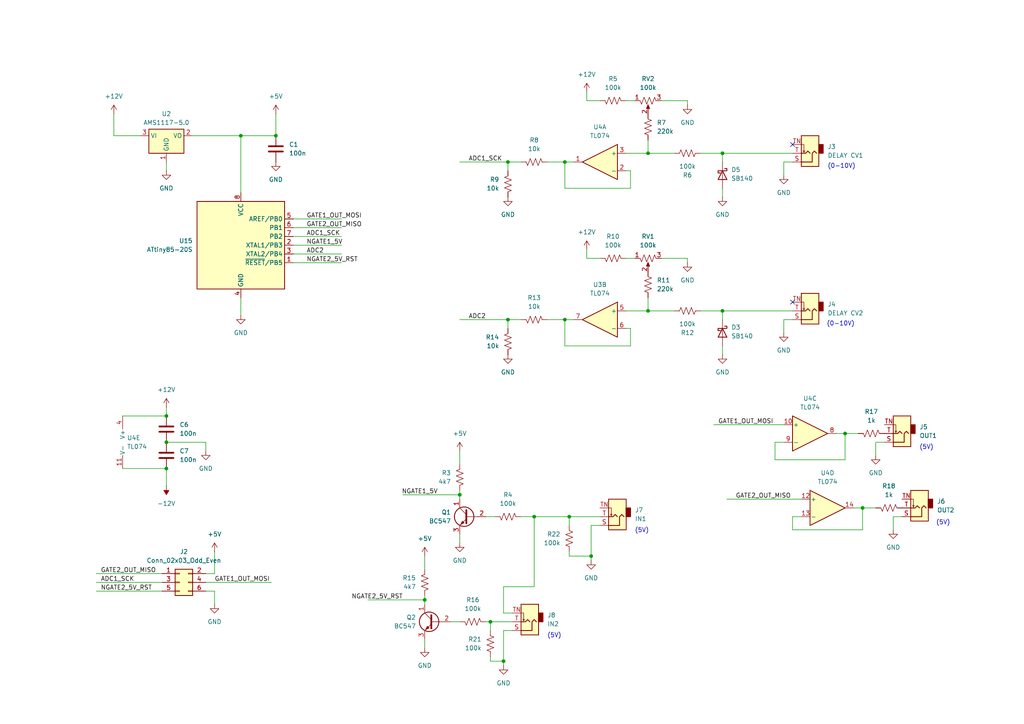
<source format=kicad_sch>
(kicad_sch (version 20250114) (generator "eeschema") (generator_version "9.0")
  (paper "A4")
  (lib_symbols
    (symbol "Amplifier_Operational:TL074" (pin_names (offset 0.127))
      (property "Reference" "U" (at 0 5.08 0))
      (property "Value" "TL074" (at 0 -5.08 0))
      (symbol "TL074_1_1"
        (polyline (pts (xy -5.08 5.08) (xy 5.08 0) (xy -5.08 -5.08) (xy -5.08 5.08)) (stroke (width 0.254)) (fill (type background)))
        (pin input line (at -7.62 2.54 0) (length 2.54) (name "+") (number "3"))
        (pin input line (at -7.62 -2.54 0) (length 2.54) (name "-") (number "2"))
        (pin output line (at 7.62 0 180) (length 2.54) (name "~") (number "1"))
      )
      (symbol "TL074_2_1"
        (polyline (pts (xy -5.08 5.08) (xy 5.08 0) (xy -5.08 -5.08) (xy -5.08 5.08)) (stroke (width 0.254)) (fill (type background)))
        (pin input line (at -7.62 2.54 0) (length 2.54) (name "+") (number "5"))
        (pin input line (at -7.62 -2.54 0) (length 2.54) (name "-") (number "6"))
        (pin output line (at 7.62 0 180) (length 2.54) (name "~") (number "7"))
      )
      (symbol "TL074_3_1"
        (polyline (pts (xy -5.08 5.08) (xy 5.08 0) (xy -5.08 -5.08) (xy -5.08 5.08)) (stroke (width 0.254)) (fill (type background)))
        (pin input line (at -7.62 2.54 0) (length 2.54) (name "+") (number "10"))
        (pin input line (at -7.62 -2.54 0) (length 2.54) (name "-") (number "9"))
        (pin output line (at 7.62 0 180) (length 2.54) (name "~") (number "8"))
      )
      (symbol "TL074_4_1"
        (polyline (pts (xy -5.08 5.08) (xy 5.08 0) (xy -5.08 -5.08) (xy -5.08 5.08)) (stroke (width 0.254)) (fill (type background)))
        (pin input line (at -7.62 2.54 0) (length 2.54) (name "+") (number "12"))
        (pin input line (at -7.62 -2.54 0) (length 2.54) (name "-") (number "13"))
        (pin output line (at 7.62 0 180) (length 2.54) (name "~") (number "14"))
      )
      (symbol "TL074_5_1"
        (pin power_in line (at -2.54 7.62 270) (length 3.81) (name "V+") (number "4"))
        (pin power_in line (at -2.54 -7.62 90) (length 3.81) (name "V-") (number "11"))
      )
    )
    (symbol "Connector_Audio:AudioJack2_SwitchT"
      (property "Reference" "J" (at 0 8.89 0))
      (property "Value" "AudioJack2_SwitchT" (at 0 6.35 0))
      (symbol "AudioJack2_SwitchT_0_1"
        (rectangle (start -2.54 0) (end -3.81 -2.54) (stroke (width 0.254)) (fill (type outline)))
        (polyline (pts (xy 0 0) (xy 0.635 -0.635) (xy 1.27 0) (xy 2.54 0)) (stroke (width 0.254)))
        (polyline (pts (xy 1.778 -0.254) (xy 2.032 -0.762)))
        (rectangle (start 2.54 3.81) (end -2.54 -5.08) (stroke (width 0.254)) (fill (type background)))
        (polyline (pts (xy 2.54 2.54) (xy -0.635 2.54) (xy -0.635 0) (xy -1.27 -0.635) (xy -1.905 0)) (stroke (width 0.254)))
        (polyline (pts (xy 2.54 -2.54) (xy 1.778 -2.54) (xy 1.778 -0.254) (xy 1.524 -0.762)))
      )
      (symbol "AudioJack2_SwitchT_1_1"
        (pin passive line (at 5.08 2.54 180) (length 2.54) (name "~") (number "S"))
        (pin passive line (at 5.08 0 180) (length 2.54) (name "~") (number "T"))
        (pin passive line (at 5.08 -2.54 180) (length 2.54) (name "~") (number "TN"))
      )
    )
    (symbol "Connector_Generic:Conn_02x03_Odd_Even" (pin_names (offset 1.016) (hide yes))
      (property "Reference" "J" (at 1.27 5.08 0))
      (property "Value" "Conn_02x03_Odd_Even" (at 1.27 -5.08 0))
      (symbol "Conn_02x03_Odd_Even_1_1"
        (rectangle (start -1.27 3.81) (end 3.81 -3.81) (stroke (width 0.254)) (fill (type background)))
        (rectangle (start -1.27 2.667) (end 0 2.413) (stroke (width 0.1524)))
        (rectangle (start -1.27 0.127) (end 0 -0.127) (stroke (width 0.1524)))
        (rectangle (start -1.27 -2.413) (end 0 -2.667) (stroke (width 0.1524)))
        (rectangle (start 3.81 2.667) (end 2.54 2.413) (stroke (width 0.1524)))
        (rectangle (start 3.81 0.127) (end 2.54 -0.127) (stroke (width 0.1524)))
        (rectangle (start 3.81 -2.413) (end 2.54 -2.667) (stroke (width 0.1524)))
        (pin passive line (at -5.08 2.54 0) (length 3.81) (name "Pin_1") (number "1"))
        (pin passive line (at -5.08 0 0) (length 3.81) (name "Pin_3") (number "3"))
        (pin passive line (at -5.08 -2.54 0) (length 3.81) (name "Pin_5") (number "5"))
        (pin passive line (at 7.62 2.54 180) (length 3.81) (name "Pin_2") (number "2"))
        (pin passive line (at 7.62 0 180) (length 3.81) (name "Pin_4") (number "4"))
        (pin passive line (at 7.62 -2.54 180) (length 3.81) (name "Pin_6") (number "6"))
      )
    )
    (symbol "Device:C" (pin_numbers (hide yes)) (pin_names (offset 0.254))
      (property "Reference" "C" (at 0.635 2.54 0))
      (property "Value" "C" (at 0.635 -2.54 0))
      (symbol "C_0_1"
        (polyline (pts (xy -2.032 0.762) (xy 2.032 0.762)) (stroke (width 0.508)))
        (polyline (pts (xy -2.032 -0.762) (xy 2.032 -0.762)) (stroke (width 0.508)))
      )
      (symbol "C_1_1"
        (pin passive line (at 0 3.81 270) (length 2.794) (name "~") (number "1"))
        (pin passive line (at 0 -3.81 90) (length 2.794) (name "~") (number "2"))
      )
    )
    (symbol "Device:R_Potentiometer_US" (pin_names (offset 1.016) (hide yes))
      (property "Reference" "RV" (at -4.445 0 90))
      (property "Value" "R_Potentiometer_US" (at -2.54 0 90))
      (symbol "R_Potentiometer_US_0_1"
        (polyline (pts (xy 0 2.54) (xy 0 2.286)))
        (polyline (pts (xy 0 2.286) (xy 1.016 1.905) (xy 0 1.524) (xy -1.016 1.143) (xy 0 0.762)))
        (polyline (pts (xy 0 0.762) (xy 1.016 0.381) (xy 0 0) (xy -1.016 -0.381) (xy 0 -0.762)))
        (polyline (pts (xy 0 -0.762) (xy 1.016 -1.143) (xy 0 -1.524) (xy -1.016 -1.905) (xy 0 -2.286)))
        (polyline (pts (xy 0 -2.286) (xy 0 -2.54)))
        (polyline (pts (xy 1.143 0) (xy 2.286 0.508) (xy 2.286 -0.508) (xy 1.143 0)) (fill (type outline)))
        (polyline (pts (xy 2.54 0) (xy 1.524 0)))
      )
      (symbol "R_Potentiometer_US_1_1"
        (pin passive line (at 0 3.81 270) (length 1.27) (name "1") (number "1"))
        (pin passive line (at 0 -3.81 90) (length 1.27) (name "3") (number "3"))
        (pin passive line (at 3.81 0 180) (length 1.27) (name "2") (number "2"))
      )
    )
    (symbol "Device:R_US" (pin_numbers (hide yes)) (pin_names (offset 0))
      (property "Reference" "R" (at 2.54 0 90))
      (property "Value" "R_US" (at -2.54 0 90))
      (symbol "R_US_0_1"
        (polyline (pts (xy 0 2.286) (xy 0 2.54)))
        (polyline (pts (xy 0 2.286) (xy 1.016 1.905) (xy 0 1.524) (xy -1.016 1.143) (xy 0 0.762)))
        (polyline (pts (xy 0 0.762) (xy 1.016 0.381) (xy 0 0) (xy -1.016 -0.381) (xy 0 -0.762)))
        (polyline (pts (xy 0 -0.762) (xy 1.016 -1.143) (xy 0 -1.524) (xy -1.016 -1.905) (xy 0 -2.286)))
        (polyline (pts (xy 0 -2.286) (xy 0 -2.54)))
      )
      (symbol "R_US_1_1"
        (pin passive line (at 0 3.81 270) (length 1.27) (name "~") (number "1"))
        (pin passive line (at 0 -3.81 90) (length 1.27) (name "~") (number "2"))
      )
    )
    (symbol "Diode:SB140" (pin_numbers (hide yes)) (pin_names (offset 1.016) (hide yes))
      (property "Reference" "D" (at 0 2.54 0))
      (property "Value" "SB140" (at 0 -2.54 0))
      (symbol "SB140_0_1"
        (polyline (pts (xy -1.905 0.635) (xy -1.905 1.27) (xy -1.27 1.27) (xy -1.27 -1.27) (xy -0.635 -1.27) (xy -0.635 -0.635)) (stroke (width 0.254)))
        (polyline (pts (xy 1.27 1.27) (xy 1.27 -1.27) (xy -1.27 0) (xy 1.27 1.27)) (stroke (width 0.254)))
        (polyline (pts (xy 1.27 0) (xy -1.27 0)))
      )
      (symbol "SB140_1_1"
        (pin passive line (at -3.81 0 0) (length 2.54) (name "K") (number "1"))
        (pin passive line (at 3.81 0 180) (length 2.54) (name "A") (number "2"))
      )
    )
    (symbol "MCU_Microchip_ATtiny:ATtiny85-20S"
      (property "Reference" "U" (at -12.7 13.97 0))
      (property "Value" "ATtiny85-20S" (at 2.54 -13.97 0))
      (symbol "ATtiny85-20S_0_1"
        (rectangle (start -12.7 -12.7) (end 12.7 12.7) (stroke (width 0.254)) (fill (type background)))
      )
      (symbol "ATtiny85-20S_1_1"
        (pin power_in line (at 0 15.24 270) (length 2.54) (name "VCC") (number "8"))
        (pin power_in line (at 0 -15.24 90) (length 2.54) (name "GND") (number "4"))
        (pin bidirectional line (at 15.24 7.62 180) (length 2.54) (name "AREF/PB0") (number "5"))
        (pin bidirectional line (at 15.24 5.08 180) (length 2.54) (name "PB1") (number "6"))
        (pin bidirectional line (at 15.24 2.54 180) (length 2.54) (name "PB2") (number "7"))
        (pin bidirectional line (at 15.24 0 180) (length 2.54) (name "XTAL1/PB3") (number "2"))
        (pin bidirectional line (at 15.24 -2.54 180) (length 2.54) (name "XTAL2/PB4") (number "3"))
        (pin bidirectional line (at 15.24 -5.08 180) (length 2.54) (name "~{RESET}/PB5") (number "1"))
      )
    )
    (symbol "Regulator_Linear:AMS1117-5.0"
      (property "Reference" "U" (at -3.81 3.175 0))
      (property "Value" "AMS1117-5.0" (at 0 3.175 0))
      (symbol "AMS1117-5.0_0_1"
        (rectangle (start -5.08 -5.08) (end 5.08 1.905) (stroke (width 0.254)) (fill (type background)))
      )
      (symbol "AMS1117-5.0_1_1"
        (pin power_in line (at -7.62 0 0) (length 2.54) (name "VI") (number "3"))
        (pin power_in line (at 0 -7.62 90) (length 2.54) (name "GND") (number "1"))
        (pin power_out line (at 7.62 0 180) (length 2.54) (name "VO") (number "2"))
      )
    )
    (symbol "Transistor_BJT:BC547" (pin_names (offset 0) (hide yes))
      (property "Reference" "Q" (at 5.08 1.905 0))
      (property "Value" "BC547" (at 5.08 0 0))
      (symbol "BC547_0_1"
        (polyline (pts (xy -2.54 0) (xy 0.635 0)))
        (polyline (pts (xy 0.635 1.905) (xy 0.635 -1.905)) (stroke (width 0.508)))
        (circle (center 1.27 0) (radius 2.8194) (stroke (width 0.254)))
      )
      (symbol "BC547_1_1"
        (polyline (pts (xy 0.635 0.635) (xy 2.54 2.54)))
        (polyline (pts (xy 0.635 -0.635) (xy 2.54 -2.54)))
        (polyline (pts (xy 1.27 -1.778) (xy 1.778 -1.27) (xy 2.286 -2.286) (xy 1.27 -1.778)) (fill (type outline)))
        (pin input line (at -5.08 0 0) (length 2.54) (name "B") (number "2"))
        (pin passive line (at 2.54 5.08 270) (length 2.54) (name "C") (number "1"))
        (pin passive line (at 2.54 -5.08 90) (length 2.54) (name "E") (number "3"))
      )
    )
    (symbol "power:+12V" (power) (pin_numbers (hide yes)) (pin_names (offset 0) (hide yes))
      (property "Value" "+12V" (at 0 3.556 0))
      (symbol "+12V_0_1"
        (polyline (pts (xy -0.762 1.27) (xy 0 2.54)))
        (polyline (pts (xy 0 2.54) (xy 0.762 1.27)))
        (polyline (pts (xy 0 0) (xy 0 2.54)))
      )
      (symbol "+12V_1_1"
        (pin power_in line (at 0 0 90) (length 0) (name "~") (number "1"))
      )
    )
    (symbol "power:+5V" (power) (pin_numbers (hide yes)) (pin_names (offset 0) (hide yes))
      (property "Value" "+5V" (at 0 3.556 0))
      (symbol "+5V_0_1"
        (polyline (pts (xy -0.762 1.27) (xy 0 2.54)))
        (polyline (pts (xy 0 2.54) (xy 0.762 1.27)))
        (polyline (pts (xy 0 0) (xy 0 2.54)))
      )
      (symbol "+5V_1_1"
        (pin power_in line (at 0 0 90) (length 0) (name "~") (number "1"))
      )
    )
    (symbol "power:-12V" (power) (pin_numbers (hide yes)) (pin_names (offset 0) (hide yes))
      (property "Value" "-12V" (at 0 3.556 0))
      (symbol "-12V_0_0"
        (pin power_in line (at 0 0 90) (length 0) (name "~") (number "1"))
      )
      (symbol "-12V_0_1"
        (polyline (pts (xy 0 0) (xy 0 1.27) (xy 0.762 1.27) (xy 0 2.54) (xy -0.762 1.27) (xy 0 1.27)) (fill (type outline)))
      )
    )
    (symbol "power:GND" (power) (pin_numbers (hide yes)) (pin_names (offset 0) (hide yes))
      (property "Value" "GND" (at 0 -3.81 0))
      (symbol "GND_0_1"
        (polyline (pts (xy 0 0) (xy 0 -1.27) (xy 1.27 -1.27) (xy 0 -2.54) (xy -1.27 -1.27) (xy 0 -1.27)))
      )
      (symbol "GND_1_1"
        (pin power_in line (at 0 0 270) (length 0) (name "~") (number "1"))
      )
    )
  )
  (text "(0-10V)" (at 244.094 48.26 0) (effects (font (size 1.27 1.27))))
  (text "(5V)" (at 273.558 151.638 0) (effects (font (size 1.27 1.27))))
  (text "(5V)" (at 268.732 129.794 0) (effects (font (size 1.27 1.27))))
  (text "(5V)" (at 186.182 153.924 0) (effects (font (size 1.27 1.27))))
  (text "(0-10V)" (at 243.84 93.98 0) (effects (font (size 1.27 1.27))))
  (text "(5V)" (at 160.782 184.404 0) (effects (font (size 1.27 1.27))))
  (junction (at 133.35 143.51))
  (junction (at 171.45 161.29))
  (junction (at 142.24 180.34))
  (junction (at 48.26 120.65))
  (junction (at 146.05 191.77))
  (junction (at 154.94 149.86))
  (junction (at 147.32 92.71))
  (junction (at 209.55 90.17))
  (junction (at 187.96 90.17))
  (junction (at 187.96 44.45))
  (junction (at 48.26 128.27))
  (junction (at 80.01 39.37))
  (junction (at 48.26 135.89))
  (junction (at 147.32 46.99))
  (junction (at 123.19 173.99))
  (junction (at 163.83 46.99))
  (junction (at 69.85 39.37))
  (junction (at 250.19 147.32))
  (junction (at 165.1 149.86))
  (junction (at 209.55 44.45))
  (junction (at 163.83 92.71))
  (junction (at 245.11 125.73))
  (no_connect (at 229.87 41.91))
  (no_connect (at 229.87 87.63))
  (wire (pts (xy 171.45 152.4) (xy 173.99 152.4)))
  (wire (pts (xy 147.32 92.71) (xy 147.32 95.25)))
  (wire (pts (xy 170.18 74.93) (xy 173.99 74.93)))
  (wire (pts (xy 229.87 153.67) (xy 250.19 153.67)))
  (wire (pts (xy 166.37 46.99) (xy 163.83 46.99)))
  (wire (pts (xy 259.08 153.67) (xy 259.08 149.86)))
  (wire (pts (xy 254 132.08) (xy 254 128.27)))
  (wire (pts (xy 142.24 190.5) (xy 142.24 191.77)))
  (wire (pts (xy 151.13 46.99) (xy 147.32 46.99)))
  (wire (pts (xy 123.19 165.1) (xy 123.19 161.29)))
  (wire (pts (xy 80.01 33.02) (xy 80.01 39.37)))
  (wire (pts (xy 209.55 92.71) (xy 209.55 90.17)))
  (wire (pts (xy 182.88 49.53) (xy 181.61 49.53)))
  (wire (pts (xy 209.55 46.99) (xy 209.55 44.45)))
  (wire (pts (xy 187.96 86.36) (xy 187.96 90.17)))
  (wire (pts (xy 182.88 54.61) (xy 182.88 49.53)))
  (wire (pts (xy 227.33 50.8) (xy 227.33 46.99)))
  (wire (pts (xy 48.26 128.27) (xy 59.69 128.27)))
  (wire (pts (xy 154.94 170.18) (xy 146.05 170.18)))
  (wire (pts (xy 170.18 72.39) (xy 170.18 74.93)))
  (wire (pts (xy 187.96 90.17) (xy 195.58 90.17)))
  (wire (pts (xy 163.83 100.33) (xy 182.88 100.33)))
  (wire (pts (xy 69.85 39.37) (xy 69.85 55.88)))
  (wire (pts (xy 181.61 74.93) (xy 184.15 74.93)))
  (wire (pts (xy 209.55 90.17) (xy 203.2 90.17)))
  (wire (pts (xy 158.75 46.99) (xy 163.83 46.99)))
  (wire (pts (xy 48.26 46.99) (xy 48.26 49.53)))
  (wire (pts (xy 227.33 46.99) (xy 229.87 46.99)))
  (wire (pts (xy 209.55 44.45) (xy 229.87 44.45)))
  (wire (pts (xy 154.94 149.86) (xy 165.1 149.86)))
  (wire (pts (xy 55.88 39.37) (xy 69.85 39.37)))
  (wire (pts (xy 59.69 171.45) (xy 62.23 171.45)))
  (wire (pts (xy 209.55 100.33) (xy 209.55 102.87)))
  (wire (pts (xy 133.35 46.99) (xy 147.32 46.99)))
  (wire (pts (xy 209.55 90.17) (xy 229.87 90.17)))
  (wire (pts (xy 33.02 39.37) (xy 40.64 39.37)))
  (wire (pts (xy 133.35 134.62) (xy 133.35 130.81)))
  (wire (pts (xy 163.83 46.99) (xy 163.83 54.61)))
  (wire (pts (xy 199.39 74.93) (xy 199.39 76.2)))
  (wire (pts (xy 163.83 92.71) (xy 163.83 100.33)))
  (wire (pts (xy 27.94 171.45) (xy 46.99 171.45)))
  (wire (pts (xy 147.32 46.99) (xy 147.32 49.53)))
  (wire (pts (xy 146.05 170.18) (xy 146.05 177.8)))
  (wire (pts (xy 69.85 86.36) (xy 69.85 91.44)))
  (wire (pts (xy 182.88 95.25) (xy 181.61 95.25)))
  (wire (pts (xy 133.35 143.51) (xy 133.35 144.78)))
  (wire (pts (xy 146.05 182.88) (xy 148.59 182.88)))
  (wire (pts (xy 209.55 54.61) (xy 209.55 57.15)))
  (wire (pts (xy 227.33 128.27) (xy 224.79 128.27)))
  (wire (pts (xy 245.11 125.73) (xy 242.57 125.73)))
  (wire (pts (xy 27.94 168.91) (xy 46.99 168.91)))
  (wire (pts (xy 163.83 54.61) (xy 182.88 54.61)))
  (wire (pts (xy 85.09 66.04) (xy 99.06 66.04)))
  (wire (pts (xy 59.69 166.37) (xy 62.23 166.37)))
  (wire (pts (xy 250.19 147.32) (xy 247.65 147.32)))
  (wire (pts (xy 187.96 40.64) (xy 187.96 44.45)))
  (wire (pts (xy 165.1 160.02) (xy 165.1 161.29)))
  (wire (pts (xy 85.09 76.2) (xy 99.06 76.2)))
  (wire (pts (xy 248.92 125.73) (xy 245.11 125.73)))
  (wire (pts (xy 123.19 173.99) (xy 106.68 173.99)))
  (wire (pts (xy 182.88 100.33) (xy 182.88 95.25)))
  (wire (pts (xy 62.23 160.02) (xy 62.23 166.37)))
  (wire (pts (xy 227.33 96.52) (xy 227.33 92.71)))
  (wire (pts (xy 207.01 123.19) (xy 227.33 123.19)))
  (wire (pts (xy 146.05 177.8) (xy 148.59 177.8)))
  (wire (pts (xy 191.77 29.21) (xy 199.39 29.21)))
  (wire (pts (xy 187.96 90.17) (xy 181.61 90.17)))
  (wire (pts (xy 166.37 92.71) (xy 163.83 92.71)))
  (wire (pts (xy 151.13 92.71) (xy 147.32 92.71)))
  (wire (pts (xy 165.1 149.86) (xy 173.99 149.86)))
  (wire (pts (xy 170.18 26.67) (xy 170.18 29.21)))
  (wire (pts (xy 85.09 68.58) (xy 99.06 68.58)))
  (wire (pts (xy 48.26 135.89) (xy 48.26 140.97)))
  (wire (pts (xy 254 128.27) (xy 256.54 128.27)))
  (wire (pts (xy 224.79 128.27) (xy 224.79 133.35)))
  (wire (pts (xy 146.05 191.77) (xy 146.05 182.88)))
  (wire (pts (xy 133.35 154.94) (xy 133.35 157.48)))
  (wire (pts (xy 187.96 44.45) (xy 181.61 44.45)))
  (wire (pts (xy 181.61 29.21) (xy 184.15 29.21)))
  (wire (pts (xy 123.19 173.99) (xy 123.19 175.26)))
  (wire (pts (xy 85.09 63.5) (xy 99.06 63.5)))
  (wire (pts (xy 62.23 171.45) (xy 62.23 175.26)))
  (wire (pts (xy 165.1 149.86) (xy 165.1 152.4)))
  (wire (pts (xy 35.56 135.89) (xy 48.26 135.89)))
  (wire (pts (xy 133.35 143.51) (xy 116.84 143.51)))
  (wire (pts (xy 250.19 153.67) (xy 250.19 147.32)))
  (wire (pts (xy 133.35 142.24) (xy 133.35 143.51)))
  (wire (pts (xy 171.45 162.56) (xy 171.45 161.29)))
  (wire (pts (xy 142.24 191.77) (xy 146.05 191.77)))
  (wire (pts (xy 27.94 166.37) (xy 46.99 166.37)))
  (wire (pts (xy 142.24 180.34) (xy 148.59 180.34)))
  (wire (pts (xy 33.02 33.02) (xy 33.02 39.37)))
  (wire (pts (xy 158.75 92.71) (xy 163.83 92.71)))
  (wire (pts (xy 245.11 133.35) (xy 245.11 125.73)))
  (wire (pts (xy 85.09 73.66) (xy 99.06 73.66)))
  (wire (pts (xy 171.45 161.29) (xy 171.45 152.4)))
  (wire (pts (xy 199.39 29.21) (xy 199.39 30.48)))
  (wire (pts (xy 229.87 149.86) (xy 229.87 153.67)))
  (wire (pts (xy 187.96 44.45) (xy 195.58 44.45)))
  (wire (pts (xy 133.35 180.34) (xy 130.81 180.34)))
  (wire (pts (xy 165.1 161.29) (xy 171.45 161.29)))
  (wire (pts (xy 259.08 149.86) (xy 261.62 149.86)))
  (wire (pts (xy 48.26 118.11) (xy 48.26 120.65)))
  (wire (pts (xy 191.77 74.93) (xy 199.39 74.93)))
  (wire (pts (xy 123.19 172.72) (xy 123.19 173.99)))
  (wire (pts (xy 59.69 128.27) (xy 59.69 130.81)))
  (wire (pts (xy 123.19 185.42) (xy 123.19 187.96)))
  (wire (pts (xy 210.82 144.78) (xy 232.41 144.78)))
  (wire (pts (xy 143.51 149.86) (xy 140.97 149.86)))
  (wire (pts (xy 227.33 92.71) (xy 229.87 92.71)))
  (wire (pts (xy 170.18 29.21) (xy 173.99 29.21)))
  (wire (pts (xy 142.24 180.34) (xy 142.24 182.88)))
  (wire (pts (xy 85.09 71.12) (xy 99.06 71.12)))
  (wire (pts (xy 154.94 149.86) (xy 154.94 170.18)))
  (wire (pts (xy 140.97 180.34) (xy 142.24 180.34)))
  (wire (pts (xy 59.69 168.91) (xy 78.74 168.91)))
  (wire (pts (xy 209.55 44.45) (xy 203.2 44.45)))
  (wire (pts (xy 254 147.32) (xy 250.19 147.32)))
  (wire (pts (xy 146.05 193.04) (xy 146.05 191.77)))
  (wire (pts (xy 35.56 120.65) (xy 48.26 120.65)))
  (wire (pts (xy 232.41 149.86) (xy 229.87 149.86)))
  (wire (pts (xy 133.35 92.71) (xy 147.32 92.71)))
  (wire (pts (xy 151.13 149.86) (xy 154.94 149.86)))
  (wire (pts (xy 224.79 133.35) (xy 245.11 133.35)))
  (wire (pts (xy 80.01 39.37) (xy 69.85 39.37)))
  (label "NGATE2_5V_RST" (at 116.84 173.99 180))
  (label "NGATE2_5V_RST" (at 29.21 171.45 0))
  (label "ADC1_SCK" (at 29.21 168.91 0))
  (label "GATE1_OUT_MOSI" (at 208.28 123.19 0))
  (label "GATE2_OUT_MISO" (at 29.21 166.37 0))
  (label "GATE2_OUT_MISO" (at 88.9 66.04 0))
  (label "GATE1_OUT_MOSI" (at 88.9 63.5 0))
  (label "NGATE1_5V" (at 127 143.51 180))
  (label "GATE1_OUT_MOSI" (at 62.23 168.91 0))
  (label "GATE2_OUT_MISO" (at 213.36 144.78 0))
  (label "ADC2" (at 135.89 92.71 0))
  (label "ADC1_SCK" (at 88.9 68.58 0))
  (label "ADC2" (at 88.9 73.66 0))
  (label "NGATE1_5V" (at 88.9 71.12 0))
  (label "NGATE2_5V_RST" (at 88.9 76.2 0))
  (label "ADC1_SCK" (at 135.89 46.99 0))
  (symbol (lib_id "Amplifier_Operational:TL074") (at 38.1 128.27 0) (unit 5)
    (property "Reference" "U4" (at 36.83 126.9999 0) (effects (justify left)))
    (property "Value" "TL074" (at 36.83 129.5399 0) (effects (justify left)))
    (property "Datasheet" "http://www.ti.com/lit/ds/symlink/tl071.pdf" (effects (hide yes)))
    (property "Description" "Quad Low-Noise JFET-Input Operational Amplifiers, DIP-14/SOIC-14" (effects (hide yes)))
  )
  (symbol (lib_id "Device:R_US") (at 177.8 29.21 90) (mirror x) (unit 1)
    (property "Reference" "R5" (at 177.8 22.86 90))
    (property "Value" "100k" (at 177.8 25.4 90))
    (property "Description" "Resistor, US symbol" (effects (hide yes)))
  )
  (symbol (lib_id "Connector_Audio:AudioJack2_SwitchT") (at 234.95 44.45 180) (unit 1)
    (property "Reference" "J3" (at 240.03 42.5449 0) (effects (justify right)))
    (property "Value" "DELAY CV1" (at 240.03 45.0849 0) (effects (justify right)))
    (property "Description" "Audio Jack, 2 Poles (Mono / TS), Switched T Pole (Normalling)" (effects (hide yes)))
  )
  (symbol (lib_id "Device:R_Potentiometer_US") (at 187.96 74.93 90) (mirror x) (unit 1)
    (property "Reference" "RV1" (at 187.96 68.58 90))
    (property "Value" "100k" (at 187.96 71.12 90))
    (property "Description" "Potentiometer, US symbol" (effects (hide yes)))
  )
  (symbol (lib_id "power:GND") (at 227.33 96.52 0) (mirror y) (unit 1)
    (property "Reference" "#PWR021" (effects (hide yes)))
    (property "Value" "GND" (at 227.33 101.6 0))
    (property "Description" "Power symbol creates a global label with name \"GND\" , ground" (effects (hide yes)))
  )
  (symbol (lib_id "Device:R_US") (at 147.32 149.86 270) (mirror x) (unit 1)
    (property "Reference" "R4" (at 147.32 143.51 90))
    (property "Value" "100k" (at 147.32 146.05 90))
    (property "Description" "Resistor, US symbol" (effects (hide yes)))
  )
  (symbol (lib_id "Device:R_US") (at 142.24 186.69 0) (unit 1)
    (property "Reference" "R21" (at 139.7 185.4199 0) (effects (justify right)))
    (property "Value" "100k" (at 139.7 187.9599 0) (effects (justify right)))
    (property "Description" "Resistor, US symbol" (effects (hide yes)))
  )
  (symbol (lib_id "power:GND") (at 209.55 102.87 0) (mirror y) (unit 1)
    (property "Reference" "#PWR023" (effects (hide yes)))
    (property "Value" "GND" (at 209.55 107.95 0))
    (property "Description" "Power symbol creates a global label with name \"GND\" , ground" (effects (hide yes)))
  )
  (symbol (lib_id "power:+5V") (at 123.19 161.29 0) (mirror y) (unit 1)
    (property "Reference" "#PWR024" (effects (hide yes)))
    (property "Value" "+5V" (at 123.19 156.21 0))
    (property "Description" "Power symbol creates a global label with name \"+5V\"" (effects (hide yes)))
  )
  (symbol (lib_id "power:GND") (at 133.35 157.48 0) (mirror y) (unit 1)
    (property "Reference" "#PWR013" (effects (hide yes)))
    (property "Value" "GND" (at 133.35 162.56 0))
    (property "Description" "Power symbol creates a global label with name \"GND\" , ground" (effects (hide yes)))
  )
  (symbol (lib_id "Device:R_US") (at 133.35 138.43 0) (mirror y) (unit 1)
    (property "Reference" "R3" (at 130.81 137.1599 0) (effects (justify left)))
    (property "Value" "4k7" (at 130.81 139.6999 0) (effects (justify left)))
    (property "Description" "Resistor, US symbol" (effects (hide yes)))
  )
  (symbol (lib_id "Device:C") (at 80.01 43.18 0) (unit 1)
    (property "Reference" "C1" (at 83.82 41.9099 0) (effects (justify left)))
    (property "Value" "100n" (at 83.82 44.4499 0) (effects (justify left)))
    (property "Description" "Unpolarized capacitor" (effects (hide yes)))
  )
  (symbol (lib_id "power:GND") (at 147.32 57.15 0) (mirror y) (unit 1)
    (property "Reference" "#PWR016" (effects (hide yes)))
    (property "Value" "GND" (at 147.32 62.23 0))
    (property "Description" "Power symbol creates a global label with name \"GND\" , ground" (effects (hide yes)))
  )
  (symbol (lib_id "Connector_Audio:AudioJack2_SwitchT") (at 179.07 149.86 180) (unit 1)
    (property "Reference" "J7" (at 184.15 147.9549 0) (effects (justify right)))
    (property "Value" "IN1" (at 184.15 150.4949 0) (effects (justify right)))
    (property "Description" "Audio Jack, 2 Poles (Mono / TS), Switched T Pole (Normalling)" (effects (hide yes)))
  )
  (symbol (lib_id "Diode:SB140") (at 209.55 50.8 270) (unit 1)
    (property "Reference" "D5" (at 212.09 49.2124 90) (effects (justify left)))
    (property "Value" "SB140" (at 212.09 51.7524 90) (effects (justify left)))
    (property "Footprint" "Diode_THT:D_DO-41_SOD81_P10.16mm_Horizontal" (effects (hide yes)))
    (property "Datasheet" "http://www.diodes.com/_files/datasheets/ds23022.pdf" (effects (hide yes)))
    (property "Description" "40V 1A Schottky Barrier Rectifier Diode, DO-41" (effects (hide yes)))
  )
  (symbol (lib_id "Connector_Audio:AudioJack2_SwitchT") (at 234.95 90.17 180) (unit 1)
    (property "Reference" "J4" (at 240.03 88.2649 0) (effects (justify right)))
    (property "Value" "DELAY CV2" (at 240.03 90.8049 0) (effects (justify right)))
    (property "Description" "Audio Jack, 2 Poles (Mono / TS), Switched T Pole (Normalling)" (effects (hide yes)))
  )
  (symbol (lib_id "Device:R_US") (at 199.39 44.45 90) (unit 1)
    (property "Reference" "R6" (at 199.39 50.8 90))
    (property "Value" "100k" (at 199.39 48.26 90))
    (property "Description" "Resistor, US symbol" (effects (hide yes)))
  )
  (symbol (lib_id "power:+5V") (at 80.01 33.02 0) (unit 1)
    (property "Reference" "#PWR09" (effects (hide yes)))
    (property "Value" "+5V" (at 80.01 27.94 0))
    (property "Description" "Power symbol creates a global label with name \"+5V\"" (effects (hide yes)))
  )
  (symbol (lib_id "Connector_Generic:Conn_02x03_Odd_Even") (at 52.07 168.91 0) (unit 1)
    (property "Reference" "J2" (at 53.34 160.02 0))
    (property "Value" "Conn_02x03_Odd_Even" (at 53.34 162.56 0))
    (property "Description" "Generic connector, double row, 02x03, odd/even pin numbering scheme (row 1 odd numbers, row 2 even numbers), script generated (kicad-library-utils/schlib/autogen/connector/)" (effects (hide yes)))
  )
  (symbol (lib_id "power:GND") (at 171.45 162.56 0) (mirror y) (unit 1)
    (property "Reference" "#PWR031" (effects (hide yes)))
    (property "Value" "GND" (at 171.45 167.64 0))
    (property "Description" "Power symbol creates a global label with name \"GND\" , ground" (effects (hide yes)))
  )
  (symbol (lib_id "Amplifier_Operational:TL074") (at 234.95 125.73 0) (unit 3)
    (property "Reference" "U4" (at 234.95 115.57 0))
    (property "Value" "TL074" (at 234.95 118.11 0))
    (property "Datasheet" "http://www.ti.com/lit/ds/symlink/tl071.pdf" (effects (hide yes)))
    (property "Description" "Quad Low-Noise JFET-Input Operational Amplifiers, DIP-14/SOIC-14" (effects (hide yes)))
  )
  (symbol (lib_id "power:GND") (at 199.39 30.48 0) (mirror y) (unit 1)
    (property "Reference" "#PWR015" (effects (hide yes)))
    (property "Value" "GND" (at 199.39 35.56 0))
    (property "Description" "Power symbol creates a global label with name \"GND\" , ground" (effects (hide yes)))
  )
  (symbol (lib_id "Device:R_US") (at 154.94 92.71 270) (mirror x) (unit 1)
    (property "Reference" "R13" (at 154.94 86.36 90))
    (property "Value" "10k" (at 154.94 88.9 90))
    (property "Description" "Resistor, US symbol" (effects (hide yes)))
  )
  (symbol (lib_id "Transistor_BJT:BC547") (at 135.89 149.86 0) (mirror y) (unit 1)
    (property "Reference" "Q1" (at 130.81 148.5899 0) (effects (justify left)))
    (property "Value" "BC547" (at 130.81 151.1299 0) (effects (justify left)))
    (property "Footprint" "Package_TO_SOT_THT:TO-92_Inline" (effects (hide yes)))
    (property "Datasheet" "https://www.onsemi.com/pub/Collateral/BC550-D.pdf" (effects (hide yes)))
    (property "Description" "0.1A Ic, 45V Vce, Small Signal NPN Transistor, TO-92" (effects (hide yes)))
  )
  (symbol (lib_id "Device:R_US") (at 165.1 156.21 0) (unit 1)
    (property "Reference" "R22" (at 162.56 154.9399 0) (effects (justify right)))
    (property "Value" "100k" (at 162.56 157.4799 0) (effects (justify right)))
    (property "Description" "Resistor, US symbol" (effects (hide yes)))
  )
  (symbol (lib_id "power:GND") (at 59.69 130.81 0) (unit 1)
    (property "Reference" "#PWR030" (effects (hide yes)))
    (property "Value" "GND" (at 59.69 135.89 0))
    (property "Description" "Power symbol creates a global label with name \"GND\" , ground" (effects (hide yes)))
  )
  (symbol (lib_id "Connector_Audio:AudioJack2_SwitchT") (at 153.67 180.34 180) (unit 1)
    (property "Reference" "J8" (at 158.75 178.4349 0) (effects (justify right)))
    (property "Value" "IN2" (at 158.75 180.9749 0) (effects (justify right)))
    (property "Description" "Audio Jack, 2 Poles (Mono / TS), Switched T Pole (Normalling)" (effects (hide yes)))
  )
  (symbol (lib_id "Amplifier_Operational:TL074") (at 240.03 147.32 0) (unit 4)
    (property "Reference" "U4" (at 240.03 137.16 0))
    (property "Value" "TL074" (at 240.03 139.7 0))
    (property "Datasheet" "http://www.ti.com/lit/ds/symlink/tl071.pdf" (effects (hide yes)))
    (property "Description" "Quad Low-Noise JFET-Input Operational Amplifiers, DIP-14/SOIC-14" (effects (hide yes)))
  )
  (symbol (lib_id "power:GND") (at 62.23 175.26 0) (unit 1)
    (property "Reference" "#PWR011" (effects (hide yes)))
    (property "Value" "GND" (at 62.23 180.34 0))
    (property "Description" "Power symbol creates a global label with name \"GND\" , ground" (effects (hide yes)))
  )
  (symbol (lib_id "power:GND") (at 146.05 193.04 0) (mirror y) (unit 1)
    (property "Reference" "#PWR032" (effects (hide yes)))
    (property "Value" "GND" (at 146.05 198.12 0))
    (property "Description" "Power symbol creates a global label with name \"GND\" , ground" (effects (hide yes)))
  )
  (symbol (lib_id "Diode:SB140") (at 209.55 96.52 270) (unit 1)
    (property "Reference" "D3" (at 212.09 94.9324 90) (effects (justify left)))
    (property "Value" "SB140" (at 212.09 97.4724 90) (effects (justify left)))
    (property "Footprint" "Diode_THT:D_DO-41_SOD81_P10.16mm_Horizontal" (effects (hide yes)))
    (property "Datasheet" "http://www.diodes.com/_files/datasheets/ds23022.pdf" (effects (hide yes)))
    (property "Description" "40V 1A Schottky Barrier Rectifier Diode, DO-41" (effects (hide yes)))
  )
  (symbol (lib_id "Amplifier_Operational:TL074") (at 173.99 92.71 0) (mirror y) (unit 2)
    (property "Reference" "U3" (at 173.99 82.55 0))
    (property "Value" "TL074" (at 173.99 85.09 0))
    (property "Datasheet" "http://www.ti.com/lit/ds/symlink/tl071.pdf" (effects (hide yes)))
    (property "Description" "Quad Low-Noise JFET-Input Operational Amplifiers, DIP-14/SOIC-14" (effects (hide yes)))
  )
  (symbol (lib_id "Connector_Audio:AudioJack2_SwitchT") (at 261.62 125.73 180) (unit 1)
    (property "Reference" "J5" (at 266.7 123.8249 0) (effects (justify right)))
    (property "Value" "OUT1" (at 266.7 126.3649 0) (effects (justify right)))
    (property "Description" "Audio Jack, 2 Poles (Mono / TS), Switched T Pole (Normalling)" (effects (hide yes)))
  )
  (symbol (lib_id "power:-12V") (at 48.26 140.97 180) (unit 1)
    (property "Reference" "#PWR028" (effects (hide yes)))
    (property "Value" "-12V" (at 48.26 146.05 0))
    (property "Description" "Power symbol creates a global label with name \"-12V\"" (effects (hide yes)))
  )
  (symbol (lib_id "Device:R_US") (at 187.96 36.83 180) (unit 1)
    (property "Reference" "R7" (at 190.5 35.5599 0) (effects (justify right)))
    (property "Value" "220k" (at 190.5 38.0999 0) (effects (justify right)))
    (property "Description" "Resistor, US symbol" (effects (hide yes)))
  )
  (symbol (lib_id "Device:R_US") (at 147.32 99.06 0) (mirror x) (unit 1)
    (property "Reference" "R14" (at 144.78 97.7899 0) (effects (justify right)))
    (property "Value" "10k" (at 144.78 100.3299 0) (effects (justify right)))
    (property "Description" "Resistor, US symbol" (effects (hide yes)))
  )
  (symbol (lib_id "power:+5V") (at 62.23 160.02 0) (unit 1)
    (property "Reference" "#PWR010" (effects (hide yes)))
    (property "Value" "+5V" (at 62.23 154.94 0))
    (property "Description" "Power symbol creates a global label with name \"+5V\"" (effects (hide yes)))
  )
  (symbol (lib_id "power:GND") (at 254 132.08 0) (mirror y) (unit 1)
    (property "Reference" "#PWR026" (effects (hide yes)))
    (property "Value" "GND" (at 254 137.16 0))
    (property "Description" "Power symbol creates a global label with name \"GND\" , ground" (effects (hide yes)))
  )
  (symbol (lib_id "Device:R_US") (at 187.96 82.55 180) (unit 1)
    (property "Reference" "R11" (at 190.5 81.2799 0) (effects (justify right)))
    (property "Value" "220k" (at 190.5 83.8199 0) (effects (justify right)))
    (property "Description" "Resistor, US symbol" (effects (hide yes)))
  )
  (symbol (lib_id "power:+12V") (at 48.26 118.11 0) (unit 1)
    (property "Reference" "#PWR029" (effects (hide yes)))
    (property "Value" "+12V" (at 48.26 113.03 0))
    (property "Description" "Power symbol creates a global label with name \"+12V\"" (effects (hide yes)))
  )
  (symbol (lib_id "power:+12V") (at 33.02 33.02 0) (unit 1)
    (property "Reference" "#PWR04" (effects (hide yes)))
    (property "Value" "+12V" (at 33.02 27.94 0))
    (property "Description" "Power symbol creates a global label with name \"+12V\"" (effects (hide yes)))
  )
  (symbol (lib_id "Device:C") (at 48.26 124.46 0) (unit 1)
    (property "Reference" "C6" (at 52.07 123.1899 0) (effects (justify left)))
    (property "Value" "100n" (at 52.07 125.7299 0) (effects (justify left)))
    (property "Description" "Unpolarized capacitor" (effects (hide yes)))
  )
  (symbol (lib_id "Device:R_US") (at 257.81 147.32 270) (mirror x) (unit 1)
    (property "Reference" "R18" (at 257.81 140.97 90))
    (property "Value" "1k" (at 257.81 143.51 90))
    (property "Description" "Resistor, US symbol" (effects (hide yes)))
  )
  (symbol (lib_id "power:+12V") (at 170.18 72.39 0) (unit 1)
    (property "Reference" "#PWR019" (effects (hide yes)))
    (property "Value" "+12V" (at 170.18 67.31 0))
    (property "Description" "Power symbol creates a global label with name \"+12V\"" (effects (hide yes)))
  )
  (symbol (lib_id "Device:R_US") (at 177.8 74.93 90) (mirror x) (unit 1)
    (property "Reference" "R10" (at 177.8 68.58 90))
    (property "Value" "100k" (at 177.8 71.12 90))
    (property "Description" "Resistor, US symbol" (effects (hide yes)))
  )
  (symbol (lib_id "power:GND") (at 80.01 46.99 0) (unit 1)
    (property "Reference" "#PWR03" (effects (hide yes)))
    (property "Value" "GND" (at 80.01 52.07 0))
    (property "Description" "Power symbol creates a global label with name \"GND\" , ground" (effects (hide yes)))
  )
  (symbol (lib_id "power:GND") (at 227.33 50.8 0) (mirror y) (unit 1)
    (property "Reference" "#PWR018" (effects (hide yes)))
    (property "Value" "GND" (at 227.33 55.88 0))
    (property "Description" "Power symbol creates a global label with name \"GND\" , ground" (effects (hide yes)))
  )
  (symbol (lib_id "power:GND") (at 147.32 102.87 0) (mirror y) (unit 1)
    (property "Reference" "#PWR022" (effects (hide yes)))
    (property "Value" "GND" (at 147.32 107.95 0))
    (property "Description" "Power symbol creates a global label with name \"GND\" , ground" (effects (hide yes)))
  )
  (symbol (lib_id "Device:R_US") (at 137.16 180.34 270) (mirror x) (unit 1)
    (property "Reference" "R16" (at 137.16 173.99 90))
    (property "Value" "100k" (at 137.16 176.53 90))
    (property "Description" "Resistor, US symbol" (effects (hide yes)))
  )
  (symbol (lib_id "power:GND") (at 199.39 76.2 0) (mirror y) (unit 1)
    (property "Reference" "#PWR020" (effects (hide yes)))
    (property "Value" "GND" (at 199.39 81.28 0))
    (property "Description" "Power symbol creates a global label with name \"GND\" , ground" (effects (hide yes)))
  )
  (symbol (lib_id "power:+5V") (at 133.35 130.81 0) (mirror y) (unit 1)
    (property "Reference" "#PWR012" (effects (hide yes)))
    (property "Value" "+5V" (at 133.35 125.73 0))
    (property "Description" "Power symbol creates a global label with name \"+5V\"" (effects (hide yes)))
  )
  (symbol (lib_id "power:GND") (at 48.26 49.53 0) (unit 1)
    (property "Reference" "#PWR01" (effects (hide yes)))
    (property "Value" "GND" (at 48.26 54.61 0))
    (property "Description" "Power symbol creates a global label with name \"GND\" , ground" (effects (hide yes)))
  )
  (symbol (lib_id "Device:R_US") (at 147.32 53.34 0) (mirror x) (unit 1)
    (property "Reference" "R9" (at 144.78 52.0699 0) (effects (justify right)))
    (property "Value" "10k" (at 144.78 54.6099 0) (effects (justify right)))
    (property "Description" "Resistor, US symbol" (effects (hide yes)))
  )
  (symbol (lib_id "Regulator_Linear:AMS1117-5.0") (at 48.26 39.37 0) (unit 1)
    (property "Reference" "U2" (at 48.26 33.02 0))
    (property "Value" "AMS1117-5.0" (at 48.26 35.56 0))
    (property "Footprint" "Package_TO_SOT_SMD:SOT-223-3_TabPin2" (effects (hide yes)))
    (property "Datasheet" "http://www.advanced-monolithic.com/pdf/ds1117.pdf" (effects (hide yes)))
    (property "Description" "1A Low Dropout regulator, positive, 5.0V fixed output, SOT-223" (effects (hide yes)))
  )
  (symbol (lib_id "Device:C") (at 48.26 132.08 0) (unit 1)
    (property "Reference" "C7" (at 52.07 130.8099 0) (effects (justify left)))
    (property "Value" "100n" (at 52.07 133.3499 0) (effects (justify left)))
    (property "Description" "Unpolarized capacitor" (effects (hide yes)))
  )
  (symbol (lib_id "Amplifier_Operational:TL074") (at 173.99 46.99 0) (mirror y) (unit 1)
    (property "Reference" "U4" (at 173.99 36.83 0))
    (property "Value" "TL074" (at 173.99 39.37 0))
    (property "Datasheet" "http://www.ti.com/lit/ds/symlink/tl071.pdf" (effects (hide yes)))
    (property "Description" "Quad Low-Noise JFET-Input Operational Amplifiers, DIP-14/SOIC-14" (effects (hide yes)))
  )
  (symbol (lib_id "Device:R_US") (at 252.73 125.73 270) (mirror x) (unit 1)
    (property "Reference" "R17" (at 252.73 119.38 90))
    (property "Value" "1k" (at 252.73 121.92 90))
    (property "Description" "Resistor, US symbol" (effects (hide yes)))
  )
  (symbol (lib_id "power:GND") (at 259.08 153.67 0) (mirror y) (unit 1)
    (property "Reference" "#PWR027" (effects (hide yes)))
    (property "Value" "GND" (at 259.08 158.75 0))
    (property "Description" "Power symbol creates a global label with name \"GND\" , ground" (effects (hide yes)))
  )
  (symbol (lib_id "Device:R_Potentiometer_US") (at 187.96 29.21 90) (mirror x) (unit 1)
    (property "Reference" "RV2" (at 187.96 22.86 90))
    (property "Value" "100k" (at 187.96 25.4 90))
    (property "Description" "Potentiometer, US symbol" (effects (hide yes)))
  )
  (symbol (lib_id "Device:R_US") (at 123.19 168.91 0) (mirror y) (unit 1)
    (property "Reference" "R15" (at 120.65 167.6399 0) (effects (justify left)))
    (property "Value" "4k7" (at 120.65 170.1799 0) (effects (justify left)))
    (property "Description" "Resistor, US symbol" (effects (hide yes)))
  )
  (symbol (lib_id "Connector_Audio:AudioJack2_SwitchT") (at 266.7 147.32 180) (unit 1)
    (property "Reference" "J6" (at 271.78 145.4149 0) (effects (justify right)))
    (property "Value" "OUT2" (at 271.78 147.9549 0) (effects (justify right)))
    (property "Description" "Audio Jack, 2 Poles (Mono / TS), Switched T Pole (Normalling)" (effects (hide yes)))
  )
  (symbol (lib_id "power:GND") (at 123.19 187.96 0) (mirror y) (unit 1)
    (property "Reference" "#PWR025" (effects (hide yes)))
    (property "Value" "GND" (at 123.19 193.04 0))
    (property "Description" "Power symbol creates a global label with name \"GND\" , ground" (effects (hide yes)))
  )
  (symbol (lib_id "Device:R_US") (at 199.39 90.17 90) (unit 1)
    (property "Reference" "R12" (at 199.39 96.52 90))
    (property "Value" "100k" (at 199.39 93.98 90))
    (property "Description" "Resistor, US symbol" (effects (hide yes)))
  )
  (symbol (lib_id "Device:R_US") (at 154.94 46.99 270) (mirror x) (unit 1)
    (property "Reference" "R8" (at 154.94 40.64 90))
    (property "Value" "10k" (at 154.94 43.18 90))
    (property "Description" "Resistor, US symbol" (effects (hide yes)))
  )
  (symbol (lib_id "MCU_Microchip_ATtiny:ATtiny85-20S") (at 69.85 71.12 0) (unit 1)
    (property "Reference" "U15" (at 55.88 69.8499 0) (effects (justify right)))
    (property "Value" "ATtiny85-20S" (at 55.88 72.3899 0) (effects (justify right)))
    (property "Footprint" "Package_SO:SOIC-8_5.3x5.3mm_P1.27mm" (effects (hide yes)))
    (property "Datasheet" "http://ww1.microchip.com/downloads/en/DeviceDoc/atmel-2586-avr-8-bit-microcontroller-attiny25-attiny45-attiny85_datasheet.pdf" (effects (hide yes)))
    (property "Description" "20MHz, 8kB Flash, 512B SRAM, 512B EEPROM, debugWIRE, SOIC-8" (effects (hide yes)))
  )
  (symbol (lib_id "power:+12V") (at 170.18 26.67 0) (unit 1)
    (property "Reference" "#PWR014" (effects (hide yes)))
    (property "Value" "+12V" (at 170.18 21.59 0))
    (property "Description" "Power symbol creates a global label with name \"+12V\"" (effects (hide yes)))
  )
  (symbol (lib_id "power:GND") (at 209.55 57.15 0) (mirror y) (unit 1)
    (property "Reference" "#PWR017" (effects (hide yes)))
    (property "Value" "GND" (at 209.55 62.23 0))
    (property "Description" "Power symbol creates a global label with name \"GND\" , ground" (effects (hide yes)))
  )
  (symbol (lib_id "power:GND") (at 69.85 91.44 0) (unit 1)
    (property "Reference" "#PWR02" (effects (hide yes)))
    (property "Value" "GND" (at 69.85 96.52 0))
    (property "Description" "Power symbol creates a global label with name \"GND\" , ground" (effects (hide yes)))
  )
  (symbol (lib_id "Transistor_BJT:BC547") (at 125.73 180.34 0) (mirror y) (unit 1)
    (property "Reference" "Q2" (at 120.65 179.0699 0) (effects (justify left)))
    (property "Value" "BC547" (at 120.65 181.6099 0) (effects (justify left)))
    (property "Footprint" "Package_TO_SOT_THT:TO-92_Inline" (effects (hide yes)))
    (property "Datasheet" "https://www.onsemi.com/pub/Collateral/BC550-D.pdf" (effects (hide yes)))
    (property "Description" "0.1A Ic, 45V Vce, Small Signal NPN Transistor, TO-92" (effects (hide yes)))
  )
)
</source>
